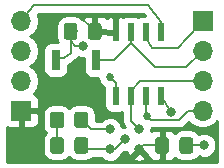
<source format=gbr>
G04 #@! TF.GenerationSoftware,KiCad,Pcbnew,(5.0.1)-4*
G04 #@! TF.CreationDate,2019-02-09T15:25:37-05:00*
G04 #@! TF.ProjectId,noname.kicad_pcb_V1_2,6E6F6E616D652E6B696361645F706362,rev?*
G04 #@! TF.SameCoordinates,Original*
G04 #@! TF.FileFunction,Copper,L1,Top,Signal*
G04 #@! TF.FilePolarity,Positive*
%FSLAX46Y46*%
G04 Gerber Fmt 4.6, Leading zero omitted, Abs format (unit mm)*
G04 Created by KiCad (PCBNEW (5.0.1)-4) date 2/9/2019 3:25:37 PM*
%MOMM*%
%LPD*%
G01*
G04 APERTURE LIST*
G04 #@! TA.AperFunction,SMDPad,CuDef*
%ADD10R,0.800000X1.700000*%
G04 #@! TD*
G04 #@! TA.AperFunction,BGAPad,CuDef*
%ADD11C,0.800000*%
G04 #@! TD*
G04 #@! TA.AperFunction,ComponentPad*
%ADD12O,1.700000X1.700000*%
G04 #@! TD*
G04 #@! TA.AperFunction,ComponentPad*
%ADD13R,1.700000X1.700000*%
G04 #@! TD*
G04 #@! TA.AperFunction,SMDPad,CuDef*
%ADD14R,0.600000X1.550000*%
G04 #@! TD*
G04 #@! TA.AperFunction,Conductor*
%ADD15C,0.100000*%
G04 #@! TD*
G04 #@! TA.AperFunction,SMDPad,CuDef*
%ADD16C,1.150000*%
G04 #@! TD*
G04 #@! TA.AperFunction,ViaPad*
%ADD17C,0.800000*%
G04 #@! TD*
G04 #@! TA.AperFunction,ViaPad*
%ADD18C,0.685800*%
G04 #@! TD*
G04 #@! TA.AperFunction,Conductor*
%ADD19C,0.152400*%
G04 #@! TD*
G04 #@! TA.AperFunction,Conductor*
%ADD20C,0.250000*%
G04 #@! TD*
G04 #@! TA.AperFunction,Conductor*
%ADD21C,0.254000*%
G04 #@! TD*
G04 APERTURE END LIST*
D10*
G04 #@! TO.P,SW1,1*
G04 #@! TO.N,GND*
X103392500Y-56007000D03*
G04 #@! TO.P,SW1,2*
G04 #@! TO.N,PB2*
X106792500Y-56007000D03*
G04 #@! TD*
D11*
G04 #@! TO.P,MK1,4*
G04 #@! TO.N,PB3*
X110450000Y-61888000D03*
G04 #@! TO.P,MK1,3*
G04 #@! TO.N,Net-(MK1-Pad3)*
X107990000Y-61888000D03*
G04 #@! TO.P,MK1,2*
G04 #@! TO.N,GND*
X107990000Y-63588000D03*
G04 #@! TO.P,MK1,1*
G04 #@! TO.N,+2V8*
X110450000Y-63588000D03*
G04 #@! TD*
D12*
G04 #@! TO.P,J1,4*
G04 #@! TO.N,PB0*
X100457000Y-52705000D03*
G04 #@! TO.P,J1,3*
G04 #@! TO.N,Reset*
X100457000Y-55245000D03*
G04 #@! TO.P,J1,2*
G04 #@! TO.N,GND*
X100457000Y-57785000D03*
D13*
G04 #@! TO.P,J1,1*
G04 #@! TO.N,+2V8*
X100457000Y-60325000D03*
G04 #@! TD*
D14*
G04 #@! TO.P,U1,8*
G04 #@! TO.N,+2V8*
X108458000Y-53688000D03*
G04 #@! TO.P,U1,7*
G04 #@! TO.N,PB2*
X109728000Y-53688000D03*
G04 #@! TO.P,U1,6*
G04 #@! TO.N,PB1*
X110998000Y-53688000D03*
G04 #@! TO.P,U1,5*
G04 #@! TO.N,PB0*
X112268000Y-53688000D03*
G04 #@! TO.P,U1,4*
G04 #@! TO.N,GND*
X112268000Y-59088000D03*
G04 #@! TO.P,U1,3*
G04 #@! TO.N,PB4*
X110998000Y-59088000D03*
G04 #@! TO.P,U1,2*
G04 #@! TO.N,PB3*
X109728000Y-59088000D03*
G04 #@! TO.P,U1,1*
G04 #@! TO.N,Reset*
X108458000Y-59088000D03*
G04 #@! TD*
D12*
G04 #@! TO.P,J2,4*
G04 #@! TO.N,PB4*
X115824000Y-60325000D03*
G04 #@! TO.P,J2,3*
G04 #@! TO.N,PB3*
X115824000Y-57785000D03*
G04 #@! TO.P,J2,2*
G04 #@! TO.N,PB2*
X115824000Y-55245000D03*
D13*
G04 #@! TO.P,J2,1*
G04 #@! TO.N,PB1*
X115824000Y-52705000D03*
G04 #@! TD*
D15*
G04 #@! TO.N,GND*
G04 #@! TO.C,C1*
G36*
X114785505Y-62547204D02*
X114809773Y-62550804D01*
X114833572Y-62556765D01*
X114856671Y-62565030D01*
X114878850Y-62575520D01*
X114899893Y-62588132D01*
X114919599Y-62602747D01*
X114937777Y-62619223D01*
X114954253Y-62637401D01*
X114968868Y-62657107D01*
X114981480Y-62678150D01*
X114991970Y-62700329D01*
X115000235Y-62723428D01*
X115006196Y-62747227D01*
X115009796Y-62771495D01*
X115011000Y-62795999D01*
X115011000Y-63696001D01*
X115009796Y-63720505D01*
X115006196Y-63744773D01*
X115000235Y-63768572D01*
X114991970Y-63791671D01*
X114981480Y-63813850D01*
X114968868Y-63834893D01*
X114954253Y-63854599D01*
X114937777Y-63872777D01*
X114919599Y-63889253D01*
X114899893Y-63903868D01*
X114878850Y-63916480D01*
X114856671Y-63926970D01*
X114833572Y-63935235D01*
X114809773Y-63941196D01*
X114785505Y-63944796D01*
X114761001Y-63946000D01*
X114110999Y-63946000D01*
X114086495Y-63944796D01*
X114062227Y-63941196D01*
X114038428Y-63935235D01*
X114015329Y-63926970D01*
X113993150Y-63916480D01*
X113972107Y-63903868D01*
X113952401Y-63889253D01*
X113934223Y-63872777D01*
X113917747Y-63854599D01*
X113903132Y-63834893D01*
X113890520Y-63813850D01*
X113880030Y-63791671D01*
X113871765Y-63768572D01*
X113865804Y-63744773D01*
X113862204Y-63720505D01*
X113861000Y-63696001D01*
X113861000Y-62795999D01*
X113862204Y-62771495D01*
X113865804Y-62747227D01*
X113871765Y-62723428D01*
X113880030Y-62700329D01*
X113890520Y-62678150D01*
X113903132Y-62657107D01*
X113917747Y-62637401D01*
X113934223Y-62619223D01*
X113952401Y-62602747D01*
X113972107Y-62588132D01*
X113993150Y-62575520D01*
X114015329Y-62565030D01*
X114038428Y-62556765D01*
X114062227Y-62550804D01*
X114086495Y-62547204D01*
X114110999Y-62546000D01*
X114761001Y-62546000D01*
X114785505Y-62547204D01*
X114785505Y-62547204D01*
G37*
D16*
G04 #@! TD*
G04 #@! TO.P,C1,2*
G04 #@! TO.N,GND*
X114436000Y-63246000D03*
D15*
G04 #@! TO.N,+2V8*
G04 #@! TO.C,C1*
G36*
X112735505Y-62547204D02*
X112759773Y-62550804D01*
X112783572Y-62556765D01*
X112806671Y-62565030D01*
X112828850Y-62575520D01*
X112849893Y-62588132D01*
X112869599Y-62602747D01*
X112887777Y-62619223D01*
X112904253Y-62637401D01*
X112918868Y-62657107D01*
X112931480Y-62678150D01*
X112941970Y-62700329D01*
X112950235Y-62723428D01*
X112956196Y-62747227D01*
X112959796Y-62771495D01*
X112961000Y-62795999D01*
X112961000Y-63696001D01*
X112959796Y-63720505D01*
X112956196Y-63744773D01*
X112950235Y-63768572D01*
X112941970Y-63791671D01*
X112931480Y-63813850D01*
X112918868Y-63834893D01*
X112904253Y-63854599D01*
X112887777Y-63872777D01*
X112869599Y-63889253D01*
X112849893Y-63903868D01*
X112828850Y-63916480D01*
X112806671Y-63926970D01*
X112783572Y-63935235D01*
X112759773Y-63941196D01*
X112735505Y-63944796D01*
X112711001Y-63946000D01*
X112060999Y-63946000D01*
X112036495Y-63944796D01*
X112012227Y-63941196D01*
X111988428Y-63935235D01*
X111965329Y-63926970D01*
X111943150Y-63916480D01*
X111922107Y-63903868D01*
X111902401Y-63889253D01*
X111884223Y-63872777D01*
X111867747Y-63854599D01*
X111853132Y-63834893D01*
X111840520Y-63813850D01*
X111830030Y-63791671D01*
X111821765Y-63768572D01*
X111815804Y-63744773D01*
X111812204Y-63720505D01*
X111811000Y-63696001D01*
X111811000Y-62795999D01*
X111812204Y-62771495D01*
X111815804Y-62747227D01*
X111821765Y-62723428D01*
X111830030Y-62700329D01*
X111840520Y-62678150D01*
X111853132Y-62657107D01*
X111867747Y-62637401D01*
X111884223Y-62619223D01*
X111902401Y-62602747D01*
X111922107Y-62588132D01*
X111943150Y-62575520D01*
X111965329Y-62565030D01*
X111988428Y-62556765D01*
X112012227Y-62550804D01*
X112036495Y-62547204D01*
X112060999Y-62546000D01*
X112711001Y-62546000D01*
X112735505Y-62547204D01*
X112735505Y-62547204D01*
G37*
D16*
G04 #@! TD*
G04 #@! TO.P,C1,1*
G04 #@! TO.N,+2V8*
X112386000Y-63246000D03*
D15*
G04 #@! TO.N,GND*
G04 #@! TO.C,C2*
G36*
X105895505Y-62547204D02*
X105919773Y-62550804D01*
X105943572Y-62556765D01*
X105966671Y-62565030D01*
X105988850Y-62575520D01*
X106009893Y-62588132D01*
X106029599Y-62602747D01*
X106047777Y-62619223D01*
X106064253Y-62637401D01*
X106078868Y-62657107D01*
X106091480Y-62678150D01*
X106101970Y-62700329D01*
X106110235Y-62723428D01*
X106116196Y-62747227D01*
X106119796Y-62771495D01*
X106121000Y-62795999D01*
X106121000Y-63696001D01*
X106119796Y-63720505D01*
X106116196Y-63744773D01*
X106110235Y-63768572D01*
X106101970Y-63791671D01*
X106091480Y-63813850D01*
X106078868Y-63834893D01*
X106064253Y-63854599D01*
X106047777Y-63872777D01*
X106029599Y-63889253D01*
X106009893Y-63903868D01*
X105988850Y-63916480D01*
X105966671Y-63926970D01*
X105943572Y-63935235D01*
X105919773Y-63941196D01*
X105895505Y-63944796D01*
X105871001Y-63946000D01*
X105220999Y-63946000D01*
X105196495Y-63944796D01*
X105172227Y-63941196D01*
X105148428Y-63935235D01*
X105125329Y-63926970D01*
X105103150Y-63916480D01*
X105082107Y-63903868D01*
X105062401Y-63889253D01*
X105044223Y-63872777D01*
X105027747Y-63854599D01*
X105013132Y-63834893D01*
X105000520Y-63813850D01*
X104990030Y-63791671D01*
X104981765Y-63768572D01*
X104975804Y-63744773D01*
X104972204Y-63720505D01*
X104971000Y-63696001D01*
X104971000Y-62795999D01*
X104972204Y-62771495D01*
X104975804Y-62747227D01*
X104981765Y-62723428D01*
X104990030Y-62700329D01*
X105000520Y-62678150D01*
X105013132Y-62657107D01*
X105027747Y-62637401D01*
X105044223Y-62619223D01*
X105062401Y-62602747D01*
X105082107Y-62588132D01*
X105103150Y-62575520D01*
X105125329Y-62565030D01*
X105148428Y-62556765D01*
X105172227Y-62550804D01*
X105196495Y-62547204D01*
X105220999Y-62546000D01*
X105871001Y-62546000D01*
X105895505Y-62547204D01*
X105895505Y-62547204D01*
G37*
D16*
G04 #@! TD*
G04 #@! TO.P,C2,2*
G04 #@! TO.N,GND*
X105546000Y-63246000D03*
D15*
G04 #@! TO.N,Net-(C2-Pad1)*
G04 #@! TO.C,C2*
G36*
X103845505Y-62547204D02*
X103869773Y-62550804D01*
X103893572Y-62556765D01*
X103916671Y-62565030D01*
X103938850Y-62575520D01*
X103959893Y-62588132D01*
X103979599Y-62602747D01*
X103997777Y-62619223D01*
X104014253Y-62637401D01*
X104028868Y-62657107D01*
X104041480Y-62678150D01*
X104051970Y-62700329D01*
X104060235Y-62723428D01*
X104066196Y-62747227D01*
X104069796Y-62771495D01*
X104071000Y-62795999D01*
X104071000Y-63696001D01*
X104069796Y-63720505D01*
X104066196Y-63744773D01*
X104060235Y-63768572D01*
X104051970Y-63791671D01*
X104041480Y-63813850D01*
X104028868Y-63834893D01*
X104014253Y-63854599D01*
X103997777Y-63872777D01*
X103979599Y-63889253D01*
X103959893Y-63903868D01*
X103938850Y-63916480D01*
X103916671Y-63926970D01*
X103893572Y-63935235D01*
X103869773Y-63941196D01*
X103845505Y-63944796D01*
X103821001Y-63946000D01*
X103170999Y-63946000D01*
X103146495Y-63944796D01*
X103122227Y-63941196D01*
X103098428Y-63935235D01*
X103075329Y-63926970D01*
X103053150Y-63916480D01*
X103032107Y-63903868D01*
X103012401Y-63889253D01*
X102994223Y-63872777D01*
X102977747Y-63854599D01*
X102963132Y-63834893D01*
X102950520Y-63813850D01*
X102940030Y-63791671D01*
X102931765Y-63768572D01*
X102925804Y-63744773D01*
X102922204Y-63720505D01*
X102921000Y-63696001D01*
X102921000Y-62795999D01*
X102922204Y-62771495D01*
X102925804Y-62747227D01*
X102931765Y-62723428D01*
X102940030Y-62700329D01*
X102950520Y-62678150D01*
X102963132Y-62657107D01*
X102977747Y-62637401D01*
X102994223Y-62619223D01*
X103012401Y-62602747D01*
X103032107Y-62588132D01*
X103053150Y-62575520D01*
X103075329Y-62565030D01*
X103098428Y-62556765D01*
X103122227Y-62550804D01*
X103146495Y-62547204D01*
X103170999Y-62546000D01*
X103821001Y-62546000D01*
X103845505Y-62547204D01*
X103845505Y-62547204D01*
G37*
D16*
G04 #@! TD*
G04 #@! TO.P,C2,1*
G04 #@! TO.N,Net-(C2-Pad1)*
X103496000Y-63246000D03*
D15*
G04 #@! TO.N,GND*
G04 #@! TO.C,C3*
G36*
X104988505Y-52895204D02*
X105012773Y-52898804D01*
X105036572Y-52904765D01*
X105059671Y-52913030D01*
X105081850Y-52923520D01*
X105102893Y-52936132D01*
X105122599Y-52950747D01*
X105140777Y-52967223D01*
X105157253Y-52985401D01*
X105171868Y-53005107D01*
X105184480Y-53026150D01*
X105194970Y-53048329D01*
X105203235Y-53071428D01*
X105209196Y-53095227D01*
X105212796Y-53119495D01*
X105214000Y-53143999D01*
X105214000Y-54044001D01*
X105212796Y-54068505D01*
X105209196Y-54092773D01*
X105203235Y-54116572D01*
X105194970Y-54139671D01*
X105184480Y-54161850D01*
X105171868Y-54182893D01*
X105157253Y-54202599D01*
X105140777Y-54220777D01*
X105122599Y-54237253D01*
X105102893Y-54251868D01*
X105081850Y-54264480D01*
X105059671Y-54274970D01*
X105036572Y-54283235D01*
X105012773Y-54289196D01*
X104988505Y-54292796D01*
X104964001Y-54294000D01*
X104313999Y-54294000D01*
X104289495Y-54292796D01*
X104265227Y-54289196D01*
X104241428Y-54283235D01*
X104218329Y-54274970D01*
X104196150Y-54264480D01*
X104175107Y-54251868D01*
X104155401Y-54237253D01*
X104137223Y-54220777D01*
X104120747Y-54202599D01*
X104106132Y-54182893D01*
X104093520Y-54161850D01*
X104083030Y-54139671D01*
X104074765Y-54116572D01*
X104068804Y-54092773D01*
X104065204Y-54068505D01*
X104064000Y-54044001D01*
X104064000Y-53143999D01*
X104065204Y-53119495D01*
X104068804Y-53095227D01*
X104074765Y-53071428D01*
X104083030Y-53048329D01*
X104093520Y-53026150D01*
X104106132Y-53005107D01*
X104120747Y-52985401D01*
X104137223Y-52967223D01*
X104155401Y-52950747D01*
X104175107Y-52936132D01*
X104196150Y-52923520D01*
X104218329Y-52913030D01*
X104241428Y-52904765D01*
X104265227Y-52898804D01*
X104289495Y-52895204D01*
X104313999Y-52894000D01*
X104964001Y-52894000D01*
X104988505Y-52895204D01*
X104988505Y-52895204D01*
G37*
D16*
G04 #@! TD*
G04 #@! TO.P,C3,2*
G04 #@! TO.N,GND*
X104639000Y-53594000D03*
D15*
G04 #@! TO.N,+2V8*
G04 #@! TO.C,C3*
G36*
X107038505Y-52895204D02*
X107062773Y-52898804D01*
X107086572Y-52904765D01*
X107109671Y-52913030D01*
X107131850Y-52923520D01*
X107152893Y-52936132D01*
X107172599Y-52950747D01*
X107190777Y-52967223D01*
X107207253Y-52985401D01*
X107221868Y-53005107D01*
X107234480Y-53026150D01*
X107244970Y-53048329D01*
X107253235Y-53071428D01*
X107259196Y-53095227D01*
X107262796Y-53119495D01*
X107264000Y-53143999D01*
X107264000Y-54044001D01*
X107262796Y-54068505D01*
X107259196Y-54092773D01*
X107253235Y-54116572D01*
X107244970Y-54139671D01*
X107234480Y-54161850D01*
X107221868Y-54182893D01*
X107207253Y-54202599D01*
X107190777Y-54220777D01*
X107172599Y-54237253D01*
X107152893Y-54251868D01*
X107131850Y-54264480D01*
X107109671Y-54274970D01*
X107086572Y-54283235D01*
X107062773Y-54289196D01*
X107038505Y-54292796D01*
X107014001Y-54294000D01*
X106363999Y-54294000D01*
X106339495Y-54292796D01*
X106315227Y-54289196D01*
X106291428Y-54283235D01*
X106268329Y-54274970D01*
X106246150Y-54264480D01*
X106225107Y-54251868D01*
X106205401Y-54237253D01*
X106187223Y-54220777D01*
X106170747Y-54202599D01*
X106156132Y-54182893D01*
X106143520Y-54161850D01*
X106133030Y-54139671D01*
X106124765Y-54116572D01*
X106118804Y-54092773D01*
X106115204Y-54068505D01*
X106114000Y-54044001D01*
X106114000Y-53143999D01*
X106115204Y-53119495D01*
X106118804Y-53095227D01*
X106124765Y-53071428D01*
X106133030Y-53048329D01*
X106143520Y-53026150D01*
X106156132Y-53005107D01*
X106170747Y-52985401D01*
X106187223Y-52967223D01*
X106205401Y-52950747D01*
X106225107Y-52936132D01*
X106246150Y-52923520D01*
X106268329Y-52913030D01*
X106291428Y-52904765D01*
X106315227Y-52898804D01*
X106339495Y-52895204D01*
X106363999Y-52894000D01*
X107014001Y-52894000D01*
X107038505Y-52895204D01*
X107038505Y-52895204D01*
G37*
D16*
G04 #@! TD*
G04 #@! TO.P,C3,1*
G04 #@! TO.N,+2V8*
X106689000Y-53594000D03*
D15*
G04 #@! TO.N,Net-(C2-Pad1)*
G04 #@! TO.C,R1*
G36*
X103845505Y-60388204D02*
X103869773Y-60391804D01*
X103893572Y-60397765D01*
X103916671Y-60406030D01*
X103938850Y-60416520D01*
X103959893Y-60429132D01*
X103979599Y-60443747D01*
X103997777Y-60460223D01*
X104014253Y-60478401D01*
X104028868Y-60498107D01*
X104041480Y-60519150D01*
X104051970Y-60541329D01*
X104060235Y-60564428D01*
X104066196Y-60588227D01*
X104069796Y-60612495D01*
X104071000Y-60636999D01*
X104071000Y-61537001D01*
X104069796Y-61561505D01*
X104066196Y-61585773D01*
X104060235Y-61609572D01*
X104051970Y-61632671D01*
X104041480Y-61654850D01*
X104028868Y-61675893D01*
X104014253Y-61695599D01*
X103997777Y-61713777D01*
X103979599Y-61730253D01*
X103959893Y-61744868D01*
X103938850Y-61757480D01*
X103916671Y-61767970D01*
X103893572Y-61776235D01*
X103869773Y-61782196D01*
X103845505Y-61785796D01*
X103821001Y-61787000D01*
X103170999Y-61787000D01*
X103146495Y-61785796D01*
X103122227Y-61782196D01*
X103098428Y-61776235D01*
X103075329Y-61767970D01*
X103053150Y-61757480D01*
X103032107Y-61744868D01*
X103012401Y-61730253D01*
X102994223Y-61713777D01*
X102977747Y-61695599D01*
X102963132Y-61675893D01*
X102950520Y-61654850D01*
X102940030Y-61632671D01*
X102931765Y-61609572D01*
X102925804Y-61585773D01*
X102922204Y-61561505D01*
X102921000Y-61537001D01*
X102921000Y-60636999D01*
X102922204Y-60612495D01*
X102925804Y-60588227D01*
X102931765Y-60564428D01*
X102940030Y-60541329D01*
X102950520Y-60519150D01*
X102963132Y-60498107D01*
X102977747Y-60478401D01*
X102994223Y-60460223D01*
X103012401Y-60443747D01*
X103032107Y-60429132D01*
X103053150Y-60416520D01*
X103075329Y-60406030D01*
X103098428Y-60397765D01*
X103122227Y-60391804D01*
X103146495Y-60388204D01*
X103170999Y-60387000D01*
X103821001Y-60387000D01*
X103845505Y-60388204D01*
X103845505Y-60388204D01*
G37*
D16*
G04 #@! TD*
G04 #@! TO.P,R1,2*
G04 #@! TO.N,Net-(C2-Pad1)*
X103496000Y-61087000D03*
D15*
G04 #@! TO.N,Net-(MK1-Pad3)*
G04 #@! TO.C,R1*
G36*
X105895505Y-60388204D02*
X105919773Y-60391804D01*
X105943572Y-60397765D01*
X105966671Y-60406030D01*
X105988850Y-60416520D01*
X106009893Y-60429132D01*
X106029599Y-60443747D01*
X106047777Y-60460223D01*
X106064253Y-60478401D01*
X106078868Y-60498107D01*
X106091480Y-60519150D01*
X106101970Y-60541329D01*
X106110235Y-60564428D01*
X106116196Y-60588227D01*
X106119796Y-60612495D01*
X106121000Y-60636999D01*
X106121000Y-61537001D01*
X106119796Y-61561505D01*
X106116196Y-61585773D01*
X106110235Y-61609572D01*
X106101970Y-61632671D01*
X106091480Y-61654850D01*
X106078868Y-61675893D01*
X106064253Y-61695599D01*
X106047777Y-61713777D01*
X106029599Y-61730253D01*
X106009893Y-61744868D01*
X105988850Y-61757480D01*
X105966671Y-61767970D01*
X105943572Y-61776235D01*
X105919773Y-61782196D01*
X105895505Y-61785796D01*
X105871001Y-61787000D01*
X105220999Y-61787000D01*
X105196495Y-61785796D01*
X105172227Y-61782196D01*
X105148428Y-61776235D01*
X105125329Y-61767970D01*
X105103150Y-61757480D01*
X105082107Y-61744868D01*
X105062401Y-61730253D01*
X105044223Y-61713777D01*
X105027747Y-61695599D01*
X105013132Y-61675893D01*
X105000520Y-61654850D01*
X104990030Y-61632671D01*
X104981765Y-61609572D01*
X104975804Y-61585773D01*
X104972204Y-61561505D01*
X104971000Y-61537001D01*
X104971000Y-60636999D01*
X104972204Y-60612495D01*
X104975804Y-60588227D01*
X104981765Y-60564428D01*
X104990030Y-60541329D01*
X105000520Y-60519150D01*
X105013132Y-60498107D01*
X105027747Y-60478401D01*
X105044223Y-60460223D01*
X105062401Y-60443747D01*
X105082107Y-60429132D01*
X105103150Y-60416520D01*
X105125329Y-60406030D01*
X105148428Y-60397765D01*
X105172227Y-60391804D01*
X105196495Y-60388204D01*
X105220999Y-60387000D01*
X105871001Y-60387000D01*
X105895505Y-60388204D01*
X105895505Y-60388204D01*
G37*
D16*
G04 #@! TD*
G04 #@! TO.P,R1,1*
G04 #@! TO.N,Net-(MK1-Pad3)*
X105546000Y-61087000D03*
D17*
G04 #@! TO.N,GND*
X115951000Y-63246000D03*
X109220000Y-62738000D03*
X105727500Y-54800500D03*
X113174780Y-60424060D03*
D18*
G04 #@! TO.N,PB4*
X111125000Y-60769500D03*
G04 #@! TO.N,Reset*
X107950000Y-57467500D03*
G04 #@! TD*
D19*
G04 #@! TO.N,+2V8*
X110792000Y-63246000D02*
X110450000Y-63588000D01*
X112386000Y-63246000D02*
X110792000Y-63246000D01*
X106689000Y-53594000D02*
X105228500Y-52133500D01*
X105228500Y-52133500D02*
X102806500Y-52133500D01*
G04 #@! TO.N,GND*
X115951000Y-63246000D02*
X114436000Y-63246000D01*
X108370000Y-63588000D02*
X107990000Y-63588000D01*
X109220000Y-62738000D02*
X108370000Y-63588000D01*
X105888000Y-63588000D02*
X105546000Y-63246000D01*
X107990000Y-63588000D02*
X105888000Y-63588000D01*
X104775000Y-53721000D02*
X104766000Y-53721000D01*
X105045500Y-54800500D02*
X104639000Y-54394000D01*
X105727500Y-54800500D02*
X105045500Y-54800500D01*
X104639000Y-54394000D02*
X104639000Y-53594000D01*
X104086400Y-55816500D02*
X103534000Y-55816500D01*
X104639000Y-53594000D02*
X104648000Y-55435500D01*
X104648000Y-55435500D02*
X104086400Y-55816500D01*
X113174780Y-60424060D02*
X112268000Y-59088000D01*
G04 #@! TO.N,Net-(C2-Pad1)*
X103496000Y-61887000D02*
X103496000Y-63246000D01*
X103496000Y-61087000D02*
X103496000Y-61887000D01*
D20*
G04 #@! TO.N,PB4*
X111125000Y-59215000D02*
X110998000Y-59088000D01*
D19*
X110998000Y-60642500D02*
X111125000Y-60769500D01*
X110998000Y-59088000D02*
X110998000Y-60642500D01*
X111460280Y-61104780D02*
X111125000Y-60769500D01*
X113842139Y-61104780D02*
X111460280Y-61104780D01*
X115824000Y-60325000D02*
X114621919Y-60325000D01*
X114621919Y-60325000D02*
X113842139Y-61104780D01*
G04 #@! TO.N,Net-(MK1-Pad3)*
X106347000Y-61888000D02*
X105546000Y-61087000D01*
X107990000Y-61888000D02*
X106347000Y-61888000D01*
G04 #@! TO.N,PB3*
X109728000Y-58613000D02*
X109728000Y-59088000D01*
X110556000Y-57785000D02*
X109728000Y-58613000D01*
X115824000Y-57785000D02*
X110556000Y-57785000D01*
X109728000Y-61166000D02*
X109728000Y-59088000D01*
X110450000Y-61888000D02*
X109728000Y-61166000D01*
D20*
G04 #@! TO.N,PB2*
X109728000Y-54163000D02*
X109728000Y-53688000D01*
X106934000Y-55892000D02*
X106934000Y-56642000D01*
D19*
X115824000Y-55245000D02*
X114427000Y-56642000D01*
X111754600Y-56642000D02*
X111823500Y-56642000D01*
X109728000Y-54615400D02*
X111754600Y-56642000D01*
X109728000Y-53688000D02*
X109728000Y-54615400D01*
X114427000Y-56642000D02*
X111823500Y-56642000D01*
X108336400Y-56007000D02*
X106919500Y-56007000D01*
X109728000Y-54615400D02*
X108336400Y-56007000D01*
G04 #@! TO.N,Reset*
X108458000Y-57975500D02*
X108458000Y-59088000D01*
X107950000Y-57467500D02*
X108458000Y-57975500D01*
G04 #@! TO.N,PB0*
X112268000Y-52760600D02*
X111188500Y-51371500D01*
X112268000Y-53688000D02*
X112268000Y-52760600D01*
X111188500Y-51371500D02*
X101548045Y-51371500D01*
X101548045Y-51371500D02*
X100457000Y-52705000D01*
G04 #@! TO.N,PB1*
X110998000Y-54163000D02*
X110998000Y-53688000D01*
X111569500Y-54991000D02*
X110998000Y-54163000D01*
X113728500Y-54965503D02*
X111569500Y-54991000D01*
X115824000Y-52705000D02*
X114490500Y-54165500D01*
X114490500Y-54165500D02*
X113728500Y-54965503D01*
G04 #@! TD*
D21*
G04 #@! TO.N,+2V8*
G36*
X110982588Y-52265560D02*
X110698000Y-52265560D01*
X110450235Y-52314843D01*
X110363000Y-52373132D01*
X110275765Y-52314843D01*
X110028000Y-52265560D01*
X109428000Y-52265560D01*
X109180235Y-52314843D01*
X109101028Y-52367768D01*
X108884310Y-52278000D01*
X108743750Y-52278000D01*
X108585000Y-52436750D01*
X108585000Y-53561000D01*
X108605000Y-53561000D01*
X108605000Y-53815000D01*
X108585000Y-53815000D01*
X108585000Y-53835000D01*
X108331000Y-53835000D01*
X108331000Y-53815000D01*
X107834250Y-53815000D01*
X107740250Y-53721000D01*
X106816000Y-53721000D01*
X106816000Y-53741000D01*
X106562000Y-53741000D01*
X106562000Y-53721000D01*
X106542000Y-53721000D01*
X106542000Y-53467000D01*
X106562000Y-53467000D01*
X106562000Y-52417750D01*
X106816000Y-52417750D01*
X106816000Y-53467000D01*
X107587750Y-53467000D01*
X107681750Y-53561000D01*
X108331000Y-53561000D01*
X108331000Y-52436750D01*
X108172250Y-52278000D01*
X108031690Y-52278000D01*
X107798301Y-52374673D01*
X107720500Y-52452474D01*
X107623698Y-52355673D01*
X107390309Y-52259000D01*
X106974750Y-52259000D01*
X106816000Y-52417750D01*
X106562000Y-52417750D01*
X106403250Y-52259000D01*
X105987691Y-52259000D01*
X105754302Y-52355673D01*
X105599377Y-52510597D01*
X105598586Y-52509414D01*
X105307436Y-52314873D01*
X104964001Y-52246560D01*
X104313999Y-52246560D01*
X103970564Y-52314873D01*
X103679414Y-52509414D01*
X103484873Y-52800564D01*
X103416560Y-53143999D01*
X103416560Y-54044001D01*
X103484873Y-54387436D01*
X103566474Y-54509560D01*
X102992500Y-54509560D01*
X102744735Y-54558843D01*
X102534691Y-54699191D01*
X102394343Y-54909235D01*
X102345060Y-55157000D01*
X102345060Y-56857000D01*
X102394343Y-57104765D01*
X102534691Y-57314809D01*
X102744735Y-57455157D01*
X102992500Y-57504440D01*
X103792500Y-57504440D01*
X104040265Y-57455157D01*
X104250309Y-57314809D01*
X104390657Y-57104765D01*
X104439940Y-56857000D01*
X104439940Y-56436071D01*
X104483567Y-56406474D01*
X104599146Y-56329246D01*
X104600592Y-56327082D01*
X105046913Y-56024289D01*
X105163245Y-55945733D01*
X105203058Y-55885514D01*
X105253749Y-55834104D01*
X105280322Y-55768649D01*
X105297502Y-55742665D01*
X105521626Y-55835500D01*
X105745060Y-55835500D01*
X105745060Y-56857000D01*
X105794343Y-57104765D01*
X105934691Y-57314809D01*
X106144735Y-57455157D01*
X106392500Y-57504440D01*
X106972100Y-57504440D01*
X106972100Y-57662016D01*
X107120977Y-58021436D01*
X107396064Y-58296523D01*
X107510560Y-58343949D01*
X107510560Y-59863000D01*
X107559843Y-60110765D01*
X107700191Y-60320809D01*
X107910235Y-60461157D01*
X108158000Y-60510440D01*
X108758000Y-60510440D01*
X109005765Y-60461157D01*
X109016800Y-60453783D01*
X109016800Y-61095958D01*
X109002868Y-61166000D01*
X109016800Y-61236041D01*
X109016800Y-61236045D01*
X109058064Y-61443495D01*
X109092233Y-61494632D01*
X109175576Y-61619364D01*
X109175578Y-61619366D01*
X109215254Y-61678745D01*
X109251554Y-61703000D01*
X109025000Y-61703000D01*
X109025000Y-61682126D01*
X108867431Y-61301720D01*
X108576280Y-61010569D01*
X108195874Y-60853000D01*
X107784126Y-60853000D01*
X107403720Y-61010569D01*
X107237489Y-61176800D01*
X106768440Y-61176800D01*
X106768440Y-60636999D01*
X106700127Y-60293564D01*
X106505586Y-60002414D01*
X106214436Y-59807873D01*
X105871001Y-59739560D01*
X105220999Y-59739560D01*
X104877564Y-59807873D01*
X104586414Y-60002414D01*
X104521000Y-60100313D01*
X104455586Y-60002414D01*
X104164436Y-59807873D01*
X103821001Y-59739560D01*
X103170999Y-59739560D01*
X102827564Y-59807873D01*
X102536414Y-60002414D01*
X102341873Y-60293564D01*
X102273560Y-60636999D01*
X102273560Y-61537001D01*
X102341873Y-61880436D01*
X102533016Y-62166500D01*
X102341873Y-62452564D01*
X102273560Y-62795999D01*
X102273560Y-63696001D01*
X102341873Y-64039436D01*
X102536414Y-64330586D01*
X102827564Y-64525127D01*
X103170999Y-64593440D01*
X103821001Y-64593440D01*
X104164436Y-64525127D01*
X104455586Y-64330586D01*
X104521000Y-64232687D01*
X104586414Y-64330586D01*
X104877564Y-64525127D01*
X105220999Y-64593440D01*
X105871001Y-64593440D01*
X106214436Y-64525127D01*
X106505586Y-64330586D01*
X106526558Y-64299200D01*
X107237489Y-64299200D01*
X107403720Y-64465431D01*
X107784126Y-64623000D01*
X108195874Y-64623000D01*
X108576280Y-64465431D01*
X108736361Y-64305350D01*
X109912255Y-64305350D01*
X109936977Y-64510180D01*
X110328931Y-64636309D01*
X110739318Y-64602842D01*
X110963023Y-64510180D01*
X110987745Y-64305350D01*
X110450000Y-63767605D01*
X109912255Y-64305350D01*
X108736361Y-64305350D01*
X108867431Y-64174280D01*
X108922531Y-64041257D01*
X109190788Y-63773000D01*
X109425874Y-63773000D01*
X109426625Y-63772689D01*
X109435158Y-63877318D01*
X109527820Y-64101023D01*
X109732650Y-64125745D01*
X110270395Y-63588000D01*
X110256253Y-63573858D01*
X110435858Y-63394253D01*
X110450000Y-63408395D01*
X110464143Y-63394253D01*
X110643748Y-63573858D01*
X110629605Y-63588000D01*
X111167350Y-64125745D01*
X111196668Y-64122206D01*
X111272673Y-64305699D01*
X111451302Y-64484327D01*
X111684691Y-64581000D01*
X112100250Y-64581000D01*
X112259000Y-64422250D01*
X112259000Y-63373000D01*
X112239000Y-63373000D01*
X112239000Y-63119000D01*
X112259000Y-63119000D01*
X112259000Y-62069750D01*
X112513000Y-62069750D01*
X112513000Y-63119000D01*
X112533000Y-63119000D01*
X112533000Y-63373000D01*
X112513000Y-63373000D01*
X112513000Y-64422250D01*
X112671750Y-64581000D01*
X113087309Y-64581000D01*
X113320698Y-64484327D01*
X113475623Y-64329403D01*
X113476414Y-64330586D01*
X113767564Y-64525127D01*
X114110999Y-64593440D01*
X114761001Y-64593440D01*
X115104436Y-64525127D01*
X115395586Y-64330586D01*
X115497307Y-64178350D01*
X115745126Y-64281000D01*
X116156874Y-64281000D01*
X116537280Y-64123431D01*
X116828431Y-63832280D01*
X116986000Y-63451874D01*
X116986000Y-63040126D01*
X116828431Y-62659720D01*
X116537280Y-62368569D01*
X116156874Y-62211000D01*
X115745126Y-62211000D01*
X115497307Y-62313650D01*
X115395586Y-62161414D01*
X115104436Y-61966873D01*
X114761001Y-61898560D01*
X114110999Y-61898560D01*
X113767564Y-61966873D01*
X113476414Y-62161414D01*
X113475623Y-62162597D01*
X113320698Y-62007673D01*
X113087309Y-61911000D01*
X112671750Y-61911000D01*
X112513000Y-62069750D01*
X112259000Y-62069750D01*
X112100250Y-61911000D01*
X111684691Y-61911000D01*
X111485000Y-61993715D01*
X111485000Y-61824995D01*
X111530322Y-61815980D01*
X113772098Y-61815980D01*
X113842139Y-61829912D01*
X113912180Y-61815980D01*
X113912185Y-61815980D01*
X114119635Y-61774716D01*
X114354885Y-61617526D01*
X114394563Y-61558144D01*
X114674751Y-61277956D01*
X114753375Y-61395625D01*
X115244582Y-61723839D01*
X115677744Y-61810000D01*
X115970256Y-61810000D01*
X116403418Y-61723839D01*
X116894625Y-61395625D01*
X117054960Y-61155666D01*
X117054960Y-64695400D01*
X99246360Y-64695400D01*
X99246360Y-61712385D01*
X99247302Y-61713327D01*
X99480691Y-61810000D01*
X100171250Y-61810000D01*
X100330000Y-61651250D01*
X100330000Y-60452000D01*
X100584000Y-60452000D01*
X100584000Y-61651250D01*
X100742750Y-61810000D01*
X101433309Y-61810000D01*
X101666698Y-61713327D01*
X101845327Y-61534699D01*
X101942000Y-61301310D01*
X101942000Y-60610750D01*
X101783250Y-60452000D01*
X100584000Y-60452000D01*
X100330000Y-60452000D01*
X100310000Y-60452000D01*
X100310000Y-60198000D01*
X100330000Y-60198000D01*
X100330000Y-60178000D01*
X100584000Y-60178000D01*
X100584000Y-60198000D01*
X101783250Y-60198000D01*
X101942000Y-60039250D01*
X101942000Y-59348690D01*
X101845327Y-59115301D01*
X101666698Y-58936673D01*
X101505967Y-58870096D01*
X101527625Y-58855625D01*
X101855839Y-58364418D01*
X101971092Y-57785000D01*
X101855839Y-57205582D01*
X101527625Y-56714375D01*
X101229239Y-56515000D01*
X101527625Y-56315625D01*
X101855839Y-55824418D01*
X101971092Y-55245000D01*
X101855839Y-54665582D01*
X101527625Y-54174375D01*
X101229239Y-53975000D01*
X101527625Y-53775625D01*
X101855839Y-53284418D01*
X101971092Y-52705000D01*
X101855839Y-52125582D01*
X101853206Y-52121642D01*
X101885068Y-52082700D01*
X110840484Y-52082700D01*
X110982588Y-52265560D01*
X110982588Y-52265560D01*
G37*
X110982588Y-52265560D02*
X110698000Y-52265560D01*
X110450235Y-52314843D01*
X110363000Y-52373132D01*
X110275765Y-52314843D01*
X110028000Y-52265560D01*
X109428000Y-52265560D01*
X109180235Y-52314843D01*
X109101028Y-52367768D01*
X108884310Y-52278000D01*
X108743750Y-52278000D01*
X108585000Y-52436750D01*
X108585000Y-53561000D01*
X108605000Y-53561000D01*
X108605000Y-53815000D01*
X108585000Y-53815000D01*
X108585000Y-53835000D01*
X108331000Y-53835000D01*
X108331000Y-53815000D01*
X107834250Y-53815000D01*
X107740250Y-53721000D01*
X106816000Y-53721000D01*
X106816000Y-53741000D01*
X106562000Y-53741000D01*
X106562000Y-53721000D01*
X106542000Y-53721000D01*
X106542000Y-53467000D01*
X106562000Y-53467000D01*
X106562000Y-52417750D01*
X106816000Y-52417750D01*
X106816000Y-53467000D01*
X107587750Y-53467000D01*
X107681750Y-53561000D01*
X108331000Y-53561000D01*
X108331000Y-52436750D01*
X108172250Y-52278000D01*
X108031690Y-52278000D01*
X107798301Y-52374673D01*
X107720500Y-52452474D01*
X107623698Y-52355673D01*
X107390309Y-52259000D01*
X106974750Y-52259000D01*
X106816000Y-52417750D01*
X106562000Y-52417750D01*
X106403250Y-52259000D01*
X105987691Y-52259000D01*
X105754302Y-52355673D01*
X105599377Y-52510597D01*
X105598586Y-52509414D01*
X105307436Y-52314873D01*
X104964001Y-52246560D01*
X104313999Y-52246560D01*
X103970564Y-52314873D01*
X103679414Y-52509414D01*
X103484873Y-52800564D01*
X103416560Y-53143999D01*
X103416560Y-54044001D01*
X103484873Y-54387436D01*
X103566474Y-54509560D01*
X102992500Y-54509560D01*
X102744735Y-54558843D01*
X102534691Y-54699191D01*
X102394343Y-54909235D01*
X102345060Y-55157000D01*
X102345060Y-56857000D01*
X102394343Y-57104765D01*
X102534691Y-57314809D01*
X102744735Y-57455157D01*
X102992500Y-57504440D01*
X103792500Y-57504440D01*
X104040265Y-57455157D01*
X104250309Y-57314809D01*
X104390657Y-57104765D01*
X104439940Y-56857000D01*
X104439940Y-56436071D01*
X104483567Y-56406474D01*
X104599146Y-56329246D01*
X104600592Y-56327082D01*
X105046913Y-56024289D01*
X105163245Y-55945733D01*
X105203058Y-55885514D01*
X105253749Y-55834104D01*
X105280322Y-55768649D01*
X105297502Y-55742665D01*
X105521626Y-55835500D01*
X105745060Y-55835500D01*
X105745060Y-56857000D01*
X105794343Y-57104765D01*
X105934691Y-57314809D01*
X106144735Y-57455157D01*
X106392500Y-57504440D01*
X106972100Y-57504440D01*
X106972100Y-57662016D01*
X107120977Y-58021436D01*
X107396064Y-58296523D01*
X107510560Y-58343949D01*
X107510560Y-59863000D01*
X107559843Y-60110765D01*
X107700191Y-60320809D01*
X107910235Y-60461157D01*
X108158000Y-60510440D01*
X108758000Y-60510440D01*
X109005765Y-60461157D01*
X109016800Y-60453783D01*
X109016800Y-61095958D01*
X109002868Y-61166000D01*
X109016800Y-61236041D01*
X109016800Y-61236045D01*
X109058064Y-61443495D01*
X109092233Y-61494632D01*
X109175576Y-61619364D01*
X109175578Y-61619366D01*
X109215254Y-61678745D01*
X109251554Y-61703000D01*
X109025000Y-61703000D01*
X109025000Y-61682126D01*
X108867431Y-61301720D01*
X108576280Y-61010569D01*
X108195874Y-60853000D01*
X107784126Y-60853000D01*
X107403720Y-61010569D01*
X107237489Y-61176800D01*
X106768440Y-61176800D01*
X106768440Y-60636999D01*
X106700127Y-60293564D01*
X106505586Y-60002414D01*
X106214436Y-59807873D01*
X105871001Y-59739560D01*
X105220999Y-59739560D01*
X104877564Y-59807873D01*
X104586414Y-60002414D01*
X104521000Y-60100313D01*
X104455586Y-60002414D01*
X104164436Y-59807873D01*
X103821001Y-59739560D01*
X103170999Y-59739560D01*
X102827564Y-59807873D01*
X102536414Y-60002414D01*
X102341873Y-60293564D01*
X102273560Y-60636999D01*
X102273560Y-61537001D01*
X102341873Y-61880436D01*
X102533016Y-62166500D01*
X102341873Y-62452564D01*
X102273560Y-62795999D01*
X102273560Y-63696001D01*
X102341873Y-64039436D01*
X102536414Y-64330586D01*
X102827564Y-64525127D01*
X103170999Y-64593440D01*
X103821001Y-64593440D01*
X104164436Y-64525127D01*
X104455586Y-64330586D01*
X104521000Y-64232687D01*
X104586414Y-64330586D01*
X104877564Y-64525127D01*
X105220999Y-64593440D01*
X105871001Y-64593440D01*
X106214436Y-64525127D01*
X106505586Y-64330586D01*
X106526558Y-64299200D01*
X107237489Y-64299200D01*
X107403720Y-64465431D01*
X107784126Y-64623000D01*
X108195874Y-64623000D01*
X108576280Y-64465431D01*
X108736361Y-64305350D01*
X109912255Y-64305350D01*
X109936977Y-64510180D01*
X110328931Y-64636309D01*
X110739318Y-64602842D01*
X110963023Y-64510180D01*
X110987745Y-64305350D01*
X110450000Y-63767605D01*
X109912255Y-64305350D01*
X108736361Y-64305350D01*
X108867431Y-64174280D01*
X108922531Y-64041257D01*
X109190788Y-63773000D01*
X109425874Y-63773000D01*
X109426625Y-63772689D01*
X109435158Y-63877318D01*
X109527820Y-64101023D01*
X109732650Y-64125745D01*
X110270395Y-63588000D01*
X110256253Y-63573858D01*
X110435858Y-63394253D01*
X110450000Y-63408395D01*
X110464143Y-63394253D01*
X110643748Y-63573858D01*
X110629605Y-63588000D01*
X111167350Y-64125745D01*
X111196668Y-64122206D01*
X111272673Y-64305699D01*
X111451302Y-64484327D01*
X111684691Y-64581000D01*
X112100250Y-64581000D01*
X112259000Y-64422250D01*
X112259000Y-63373000D01*
X112239000Y-63373000D01*
X112239000Y-63119000D01*
X112259000Y-63119000D01*
X112259000Y-62069750D01*
X112513000Y-62069750D01*
X112513000Y-63119000D01*
X112533000Y-63119000D01*
X112533000Y-63373000D01*
X112513000Y-63373000D01*
X112513000Y-64422250D01*
X112671750Y-64581000D01*
X113087309Y-64581000D01*
X113320698Y-64484327D01*
X113475623Y-64329403D01*
X113476414Y-64330586D01*
X113767564Y-64525127D01*
X114110999Y-64593440D01*
X114761001Y-64593440D01*
X115104436Y-64525127D01*
X115395586Y-64330586D01*
X115497307Y-64178350D01*
X115745126Y-64281000D01*
X116156874Y-64281000D01*
X116537280Y-64123431D01*
X116828431Y-63832280D01*
X116986000Y-63451874D01*
X116986000Y-63040126D01*
X116828431Y-62659720D01*
X116537280Y-62368569D01*
X116156874Y-62211000D01*
X115745126Y-62211000D01*
X115497307Y-62313650D01*
X115395586Y-62161414D01*
X115104436Y-61966873D01*
X114761001Y-61898560D01*
X114110999Y-61898560D01*
X113767564Y-61966873D01*
X113476414Y-62161414D01*
X113475623Y-62162597D01*
X113320698Y-62007673D01*
X113087309Y-61911000D01*
X112671750Y-61911000D01*
X112513000Y-62069750D01*
X112259000Y-62069750D01*
X112100250Y-61911000D01*
X111684691Y-61911000D01*
X111485000Y-61993715D01*
X111485000Y-61824995D01*
X111530322Y-61815980D01*
X113772098Y-61815980D01*
X113842139Y-61829912D01*
X113912180Y-61815980D01*
X113912185Y-61815980D01*
X114119635Y-61774716D01*
X114354885Y-61617526D01*
X114394563Y-61558144D01*
X114674751Y-61277956D01*
X114753375Y-61395625D01*
X115244582Y-61723839D01*
X115677744Y-61810000D01*
X115970256Y-61810000D01*
X116403418Y-61723839D01*
X116894625Y-61395625D01*
X117054960Y-61155666D01*
X117054960Y-64695400D01*
X99246360Y-64695400D01*
X99246360Y-61712385D01*
X99247302Y-61713327D01*
X99480691Y-61810000D01*
X100171250Y-61810000D01*
X100330000Y-61651250D01*
X100330000Y-60452000D01*
X100584000Y-60452000D01*
X100584000Y-61651250D01*
X100742750Y-61810000D01*
X101433309Y-61810000D01*
X101666698Y-61713327D01*
X101845327Y-61534699D01*
X101942000Y-61301310D01*
X101942000Y-60610750D01*
X101783250Y-60452000D01*
X100584000Y-60452000D01*
X100330000Y-60452000D01*
X100310000Y-60452000D01*
X100310000Y-60198000D01*
X100330000Y-60198000D01*
X100330000Y-60178000D01*
X100584000Y-60178000D01*
X100584000Y-60198000D01*
X101783250Y-60198000D01*
X101942000Y-60039250D01*
X101942000Y-59348690D01*
X101845327Y-59115301D01*
X101666698Y-58936673D01*
X101505967Y-58870096D01*
X101527625Y-58855625D01*
X101855839Y-58364418D01*
X101971092Y-57785000D01*
X101855839Y-57205582D01*
X101527625Y-56714375D01*
X101229239Y-56515000D01*
X101527625Y-56315625D01*
X101855839Y-55824418D01*
X101971092Y-55245000D01*
X101855839Y-54665582D01*
X101527625Y-54174375D01*
X101229239Y-53975000D01*
X101527625Y-53775625D01*
X101855839Y-53284418D01*
X101971092Y-52705000D01*
X101855839Y-52125582D01*
X101853206Y-52121642D01*
X101885068Y-52082700D01*
X110840484Y-52082700D01*
X110982588Y-52265560D01*
G04 #@! TD*
M02*

</source>
